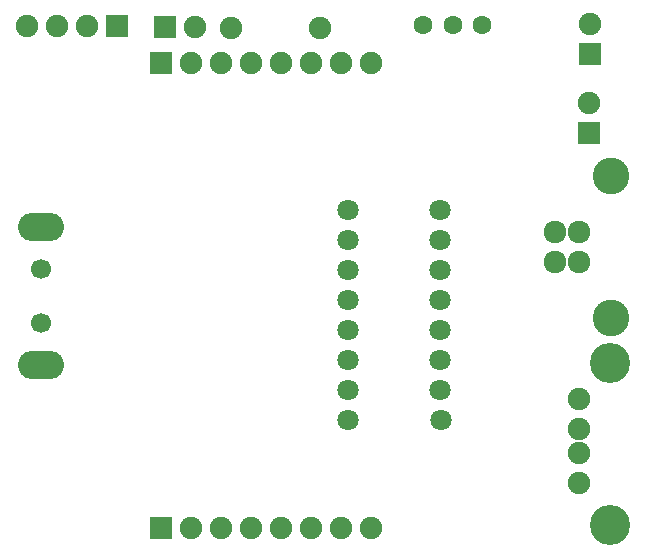
<source format=gbr>
G04 #@! TF.FileFunction,Soldermask,Bot*
%FSLAX46Y46*%
G04 Gerber Fmt 4.6, Leading zero omitted, Abs format (unit mm)*
G04 Created by KiCad (PCBNEW 4.0.2-stable) date 29/05/2019 20:06:32*
%MOMM*%
G01*
G04 APERTURE LIST*
%ADD10C,0.100000*%
%ADD11C,1.600000*%
%ADD12R,1.924000X1.924000*%
%ADD13O,1.900000X1.900000*%
%ADD14R,1.900000X1.900000*%
%ADD15C,1.900000*%
%ADD16C,1.700000*%
%ADD17O,3.900000X2.400000*%
%ADD18C,1.920000*%
%ADD19C,3.100000*%
%ADD20C,3.400000*%
%ADD21C,1.800000*%
G04 APERTURE END LIST*
D10*
D11*
X176725000Y-54700000D03*
X179225000Y-54700000D03*
X181725000Y-54700000D03*
D12*
X154575001Y-57865000D03*
D13*
X157115001Y-57865000D03*
X159655001Y-57865000D03*
X162195001Y-57865000D03*
X164735001Y-57865000D03*
X167275001Y-57865000D03*
X169815001Y-57865000D03*
X172355001Y-57865000D03*
D14*
X154575001Y-97235000D03*
D15*
X157115001Y-97235000D03*
X159655001Y-97235000D03*
X162195001Y-97235000D03*
X164735001Y-97235000D03*
X167275001Y-97235000D03*
X169815001Y-97235000D03*
X172355001Y-97235000D03*
D14*
X150775000Y-54775000D03*
D15*
X148235000Y-54775000D03*
X145695000Y-54775000D03*
X143155000Y-54775000D03*
D16*
X144400000Y-79850000D03*
X144400000Y-75350000D03*
D17*
X144400000Y-71750000D03*
X144400000Y-83450000D03*
D18*
X187900000Y-74740000D03*
X187900000Y-72200000D03*
X189900000Y-72200000D03*
X189900000Y-74740000D03*
D19*
X192600000Y-79470000D03*
X192600000Y-67470000D03*
D15*
X189900000Y-86290000D03*
X189900000Y-88830000D03*
X189900000Y-90860000D03*
X189900000Y-93400000D03*
D20*
X192570000Y-83240000D03*
X192570000Y-96960000D03*
D14*
X154900000Y-54800000D03*
D15*
X157440000Y-54800000D03*
D14*
X190800000Y-63775000D03*
D15*
X190800000Y-61235000D03*
D14*
X190875000Y-57125000D03*
D15*
X190875000Y-54585000D03*
D21*
X170388400Y-70310000D03*
X170388400Y-72850000D03*
X170388400Y-75390000D03*
X170388400Y-77930000D03*
X170388400Y-80470000D03*
X170388400Y-83010000D03*
X170388400Y-85550000D03*
X170388400Y-88090000D03*
X178211600Y-88090000D03*
X178186200Y-85550000D03*
X178186200Y-83010000D03*
X178186200Y-80470000D03*
X178186200Y-77930000D03*
X178186200Y-75390000D03*
X178186200Y-72850000D03*
X178186200Y-70310000D03*
D15*
X168000000Y-54900000D03*
X160500000Y-54900000D03*
M02*

</source>
